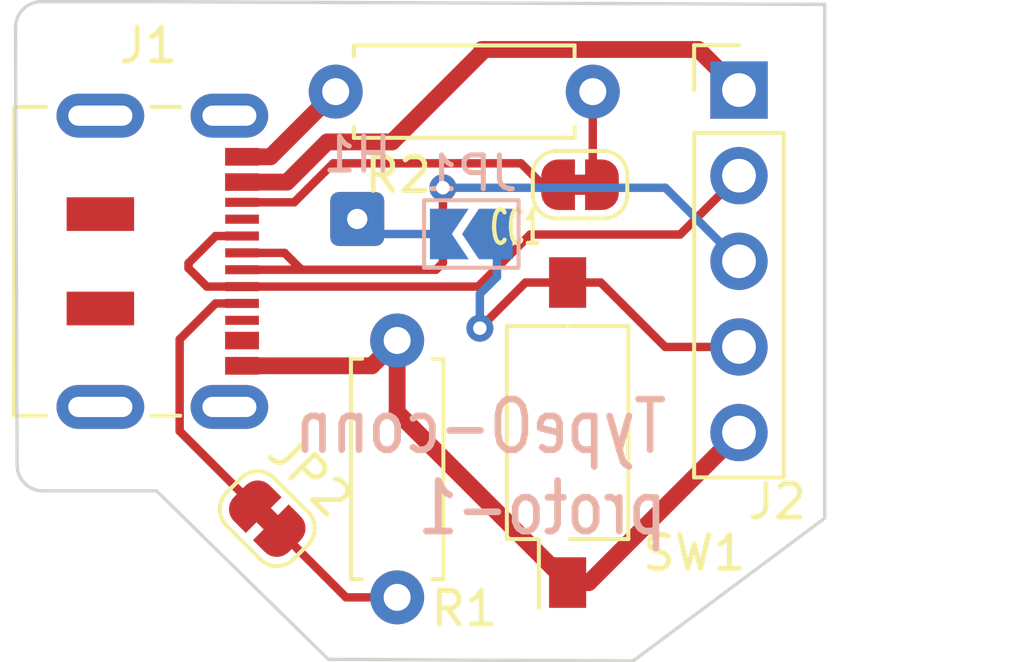
<source format=kicad_pcb>
(kicad_pcb (version 20211014) (generator pcbnew)
  (layers (0 "F.Cu" signal) (31 "B.Cu" signal) (34 "B.Paste" user) (35 "F.Paste" user) (36 "B.SilkS" user "B.Silkscreen") (37 "F.SilkS" user "F.Silkscreen") (38 "B.Mask" user) (39 "F.Mask" user) (44 "Edge.Cuts" user))
  (net 0 "")
  (net 1 "Net-(J1-PadA1)")
  (net 2 "Net-(J1-PadA4)")
  (net 4 "Net-(J1-PadB5)")
  (net 5 "Net-(J2-Pad4)")
  (net 8 "Net-(J1-PadA6)")
  (net 9 "Net-(J1-PadA7)")
  (net 10 "Net-(J1-PadA5)")
  (net 11 "Net-(H1-Pad1)")
  (net 12 "Net-(R1-Pad2)")
  (net 13 "Net-(R2-Pad2)")
  (footprint "Connector_USB:USB_C_Receptacle_JAE_DX07S016JA1R1500" (layer "F.Cu") (at 106.68 81.28 -90)
    (fp_text reference "J1" (at -6.404035 -0.274964 180) (layer "F.SilkS"))
    (fp_text value "USB_C_Receptacle_USB2.0" hide)
    (fp_line (start -4.58 -1.215) (end -4.58 -0.36) (layer "F.SilkS") (width 0.12))
    (fp_line (start 4.58 2.76) (end 4.58 3.71) (layer "F.SilkS") (width 0.12))
    (fp_line (start 4.58 -1.215) (end 4.58 -0.36) (layer "F.SilkS") (width 0.12))
    (fp_line (start -4.58 2.76) (end -4.58 3.71) (layer "F.SilkS") (width 0.12))
    (fp_line (start -4.58 3.71) (end 4.58 3.71) (layer "F.SilkS") (width 0.12))
    (pad "" smd rect (at -1.4 1.15 270) (size 1 2) (layers "F.Cu" "F.Paste" "F.Mask"))
    (pad "" np_thru_hole circle (at -3 -1.95 270) (size 0.6 0.6) (drill 0.6) (layers F&B.Cu *.Mask))
    (pad "" np_thru_hole oval (at 3 -1.95 270) (size 0.85 0.6) (drill oval 0.85 0.6) (layers F&B.Cu *.Mask))
    (pad "" smd rect (at 1.4 1.15 270) (size 1 2) (layers "F.Cu" "F.Paste" "F.Mask"))
    (pad "A1" smd rect (at -3.1 -3.05 270) (size 0.52 1) (layers "F.Cu" "F.Paste" "F.Mask") (net 1 "Net-(J1-PadA1)"))
    (pad "A4" smd rect (at -2.35 -3.05 270) (size 0.52 1) (layers "F.Cu" "F.Paste" "F.Mask") (net 2 "Net-(J1-PadA4)"))
    (pad "A5" smd rect (at -1.75 -3.05 270) (size 0.27 1) (layers "F.Cu" "F.Paste" "F.Mask") (net 10 "Net-(J1-PadA5)"))
    (pad "A6" smd rect (at -0.25 -3.05 270) (size 0.27 1) (layers "F.Cu" "F.Paste" "F.Mask") (net 8 "Net-(J1-PadA6)"))
    (pad "A7" smd rect (at 0.75 -3.05 270) (size 0.27 1) (layers "F.Cu" "F.Paste" "F.Mask") (net 9 "Net-(J1-PadA7)"))
    (pad "A8" smd rect (at 1.75 -3.05 270) (size 0.27 1) (layers "F.Cu" "F.Paste" "F.Mask"))
    (pad "A9" smd rect (at 2.35 -3.05 270) (size 0.52 1) (layers "F.Cu" "F.Paste" "F.Mask") (net 2 "Net-(J1-PadA4)"))
    (pad "A12" smd rect (at 3.1 -3.05 270) (size 0.52 1) (layers "F.Cu" "F.Paste" "F.Mask") (net 1 "Net-(J1-PadA1)"))
    (pad "B1" smd rect (at 3.1 -3.05 270) (size 0.52 1) (layers "F.Cu" "F.Paste" "F.Mask") (net 1 "Net-(J1-PadA1)"))
    (pad "B4" smd rect (at 2.35 -3.05 270) (size 0.52 1) (layers "F.Cu" "F.Paste" "F.Mask") (net 2 "Net-(J1-PadA4)"))
    (pad "B5" smd rect (at 1.25 -3.05 270) (size 0.27 1) (layers "F.Cu" "F.Paste" "F.Mask") (net 4 "Net-(J1-PadB5)"))
    (pad "B6" smd rect (at 0.25 -3.05 270) (size 0.27 1) (layers "F.Cu" "F.Paste" "F.Mask") (net 8 "Net-(J1-PadA6)"))
    (pad "B7" smd rect (at -0.75 -3.05 270) (size 0.27 1) (layers "F.Cu" "F.Paste" "F.Mask") (net 9 "Net-(J1-PadA7)"))
    (pad "B8" smd rect (at -1.25 -3.05 270) (size 0.27 1) (layers "F.Cu" "F.Paste" "F.Mask"))
    (pad "B9" smd rect (at -2.35 -3.05 270) (size 0.52 1) (layers "F.Cu" "F.Paste" "F.Mask") (net 2 "Net-(J1-PadA4)"))
    (pad "B12" smd rect (at -3.1 -3.05 270) (size 0.52 1) (layers "F.Cu" "F.Paste" "F.Mask") (net 1 "Net-(J1-PadA1)"))
    (pad "S1" thru_hole oval (at 4.32 1.15 270) (size 1.3 2.6) (drill oval 0.6 1.9) (layers *.Cu *.Mask))
    (pad "S1" thru_hole oval (at 4.32 -2.675 270) (size 1.3 2.3) (drill oval 0.6 1.6) (layers *.Cu *.Mask))
    (pad "S1" thru_hole oval (at -4.32 -2.675 270) (size 1.3 2.3) (drill oval 0.6 1.6) (layers *.Cu *.Mask))
    (pad "S1" thru_hole oval (at -4.32 1.15 270) (size 1.3 2.6) (drill oval 0.6 1.9) (layers *.Cu *.Mask))
  )
  (footprint "Resistor_THT:R_Axial_DIN0207_L6.3mm_D2.5mm_P7.62mm_Horizontal" (layer "F.Cu") (at 112.505976 76.246718)
    (fp_text reference "R2" (at 1.848743 2.473275) (layer "F.SilkS"))
    (fp_text value "10K")
    (fp_line (start 7.08 -1.37) (end 7.08 -1.04) (layer "F.SilkS") (width 0.12))
    (fp_line (start 0.54 -1.37) (end 7.08 -1.37) (layer "F.SilkS") (width 0.12))
    (fp_line (start 7.08 1.37) (end 7.08 1.04) (layer "F.SilkS") (width 0.12))
    (fp_line (start 0.54 1.04) (end 0.54 1.37) (layer "F.SilkS") (width 0.12))
    (fp_line (start 0.54 -1.04) (end 0.54 -1.37) (layer "F.SilkS") (width 0.12))
    (fp_line (start 0.54 1.37) (end 7.08 1.37) (layer "F.SilkS") (width 0.12))
    (pad "1" thru_hole circle (at 0 0) (size 1.6 1.6) (drill 0.8) (layers *.Cu *.Mask) (net 1 "Net-(J1-PadA1)"))
    (pad "2" thru_hole oval (at 7.62 0) (size 1.6 1.6) (drill 0.8) (layers *.Cu *.Mask) (net 13 "Net-(R2-Pad2)"))
  )
  (footprint "Connector_PinHeader_2.54mm:PinHeader_1x05_P2.54mm_Vertical" (layer "F.Cu") (at 124.46 76.2)
    (fp_text reference "J2" (at 1.130021 12.20679) (layer "F.SilkS"))
    (fp_text value "Conn_01x05_Male")
    (fp_line (start -1.33 11.49) (end 1.33 11.49) (layer "F.SilkS") (width 0.12))
    (fp_line (start -1.33 1.27) (end 1.33 1.27) (layer "F.SilkS") (width 0.12))
    (fp_line (start -1.33 1.27) (end -1.33 11.49) (layer "F.SilkS") (width 0.12))
    (fp_line (start 1.33 1.27) (end 1.33 11.49) (layer "F.SilkS") (width 0.12))
    (fp_line (start -1.33 -1.33) (end 0 -1.33) (layer "F.SilkS") (width 0.12))
    (fp_line (start -1.33 0) (end -1.33 -1.33) (layer "F.SilkS") (width 0.12))
    (pad "1" thru_hole rect (at 0 0) (size 1.7 1.7) (drill 1) (layers *.Cu *.Mask) (net 2 "Net-(J1-PadA4)"))
    (pad "2" thru_hole oval (at 0 2.54) (size 1.7 1.7) (drill 1) (layers *.Cu *.Mask) (net 9 "Net-(J1-PadA7)"))
    (pad "3" thru_hole oval (at 0 5.08) (size 1.7 1.7) (drill 1) (layers *.Cu *.Mask) (net 8 "Net-(J1-PadA6)"))
    (pad "4" thru_hole oval (at 0 7.62) (size 1.7 1.7) (drill 1) (layers *.Cu *.Mask) (net 5 "Net-(J2-Pad4)"))
    (pad "5" thru_hole oval (at 0 10.16) (size 1.7 1.7) (drill 1) (layers *.Cu *.Mask) (net 1 "Net-(J1-PadA1)"))
  )
  (footprint "Jumper:SolderJumper-2_P1.3mm_Bridged_RoundedPad1.0x1.5mm" (layer "F.Cu") (at 110.477021 88.91479 -45)
    (fp_text reference "JP2" (at 0 -1.8 -45) (layer "F.SilkS"))
    (fp_text value "CC2")
    (fp_poly (pts (xy 0.25 -0.3) (xy -0.25 -0.3) (xy -0.25 0.3) (xy 0.25 0.3)) (layer "F.Cu") (width 0) (fill solid))
    (fp_line (start 0.7 1) (end -0.7 1) (layer "F.SilkS") (width 0.12))
    (fp_line (start -1.4 0.3) (end -1.4 -0.3) (layer "F.SilkS") (width 0.12))
    (fp_line (start -0.7 -1) (end 0.7 -1) (layer "F.SilkS") (width 0.12))
    (fp_line (start 1.4 -0.3) (end 1.4 0.3) (layer "F.SilkS") (width 0.12))
    (fp_arc (start -0.7 1) (mid -1.194975 0.794975) (end -1.4 0.3) (layer "F.SilkS") (width 0.12))
    (fp_arc (start 0.7 -1) (mid 1.194974 -0.794975) (end 1.4 -0.3) (layer "F.SilkS") (width 0.12))
    (fp_arc (start -1.4 -0.3) (mid -1.194975 -0.794975) (end -0.7 -1) (layer "F.SilkS") (width 0.12))
    (fp_arc (start 1.4 0.3) (mid 1.194975 0.794974) (end 0.7 1) (layer "F.SilkS") (width 0.12))
    (pad "1" smd custom (at -0.65 0 315) (size 1 0.5) (layers "F.Cu" "F.Mask") (net 4 "Net-(J1-PadB5)") (options (clearance outline) (anchor rect)) (primitives (gr_circle (center 0 0.25) (end 0.5 0.25) (width 0) (fill yes)) (gr_circle (center 0 -0.25) (end 0.5 -0.25) (width 0) (fill yes)) (gr_poly (pts (xy 0.5 0.75) (xy 0 0.75) (xy 0 -0.75) (xy 0.5 -0.75)) (width 0) (fill yes))))
    (pad "2" smd custom (at 0.65 0 315) (size 1 0.5) (layers "F.Cu" "F.Mask") (net 12 "Net-(R1-Pad2)") (options (clearance outline) (anchor rect)) (primitives (gr_circle (center 0 0.25) (end 0.5 0.25) (width 0) (fill yes)) (gr_circle (center 0 -0.25) (end 0.5 -0.25) (width 0) (fill yes)) (gr_poly (pts (xy 0 0.75) (xy -0.5 0.75) (xy -0.5 -0.75) (xy 0 -0.75)) (width 0) (fill yes))))
  )
  (footprint "Resistor_THT:R_Axial_DIN0207_L6.3mm_D2.5mm_P7.62mm_Horizontal" (layer "F.Cu") (at 114.327258 83.628569 -90)
    (fp_text reference "R1" (at 7.953221 -1.991763 180) (layer "F.SilkS"))
    (fp_text value "10K")
    (fp_line (start 7.08 1.37) (end 7.08 1.04) (layer "F.SilkS") (width 0.12))
    (fp_line (start 0.54 1.04) (end 0.54 1.37) (layer "F.SilkS") (width 0.12))
    (fp_line (start 0.54 1.37) (end 7.08 1.37) (layer "F.SilkS") (width 0.12))
    (fp_line (start 0.54 -1.37) (end 7.08 -1.37) (layer "F.SilkS") (width 0.12))
    (fp_line (start 7.08 -1.37) (end 7.08 -1.04) (layer "F.SilkS") (width 0.12))
    (fp_line (start 0.54 -1.04) (end 0.54 -1.37) (layer "F.SilkS") (width 0.12))
    (pad "1" thru_hole circle (at 0 0 270) (size 1.6 1.6) (drill 0.8) (layers *.Cu *.Mask) (net 1 "Net-(J1-PadA1)"))
    (pad "2" thru_hole oval (at 7.62 0 270) (size 1.6 1.6) (drill 0.8) (layers *.Cu *.Mask) (net 12 "Net-(R1-Pad2)"))
  )
  (footprint "Jumper:SolderJumper-2_P1.3mm_Bridged_RoundedPad1.0x1.5mm" (layer "F.Cu") (at 119.748021 79.00879)
    (fp_text reference "JP3" hide)
    (fp_text value "CC1" (at -1.905 1.27) (layer "F.SilkS") (effects (font (size 1 0.5) (thickness 0.125))))
    (fp_poly (pts (xy 0.25 -0.3) (xy -0.25 -0.3) (xy -0.25 0.3) (xy 0.25 0.3)) (layer "F.Cu") (width 0) (fill solid))
    (fp_line (start -1.4 0.3) (end -1.4 -0.3) (layer "F.SilkS") (width 0.12))
    (fp_line (start 0.7 1) (end -0.7 1) (layer "F.SilkS") (width 0.12))
    (fp_line (start -0.7 -1) (end 0.7 -1) (layer "F.SilkS") (width 0.12))
    (fp_line (start 1.4 -0.3) (end 1.4 0.3) (layer "F.SilkS") (width 0.12))
    (fp_arc (start 0.7 -1) (mid 1.194975 -0.794975) (end 1.4 -0.3) (layer "F.SilkS") (width 0.12))
    (fp_arc (start -1.4 -0.3) (mid -1.194975 -0.794975) (end -0.7 -1) (layer "F.SilkS") (width 0.12))
    (fp_arc (start -0.7 1) (mid -1.194975 0.794975) (end -1.4 0.3) (layer "F.SilkS") (width 0.12))
    (fp_arc (start 1.4 0.3) (mid 1.194975 0.794975) (end 0.7 1) (layer "F.SilkS") (width 0.12))
    (pad "1" smd custom (at -0.65 0) (size 1 0.5) (layers "F.Cu" "F.Mask") (net 10 "Net-(J1-PadA5)") (options (clearance outline) (anchor rect)) (primitives (gr_circle (center 0 0.25) (end 0.5 0.25) (width 0) (fill yes)) (gr_circle (center 0 -0.25) (end 0.5 -0.25) (width 0) (fill yes)) (gr_poly (pts (xy 0.5 0.75) (xy 0 0.75) (xy 0 -0.75) (xy 0.5 -0.75)) (width 0) (fill yes))))
    (pad "2" smd custom (at 0.65 0) (size 1 0.5) (layers "F.Cu" "F.Mask") (net 13 "Net-(R2-Pad2)") (options (clearance outline) (anchor rect)) (primitives (gr_circle (center 0 0.25) (end 0.5 0.25) (width 0) (fill yes)) (gr_circle (center 0 -0.25) (end 0.5 -0.25) (width 0) (fill yes)) (gr_poly (pts (xy 0 0.75) (xy -0.5 0.75) (xy -0.5 -0.75) (xy 0 -0.75)) (width 0) (fill yes))))
  )
  (footprint "Button_Switch_SMD:SW_DIP_SPSTx01_Slide_Omron_A6S-110x_W8.9mm_P2.54mm" (layer "F.Cu") (at 119.38 86.36 90)
    (fp_text reference "SW1" (at -3.57079 3.75 180) (layer "F.SilkS"))
    (fp_text value "SW_DIP_x01" hide)
    (fp_line (start -3.16 1.8) (end 3.16 1.8) (layer "F.SilkS") (width 0.12))
    (fp_line (start -3.16 0.061) (end -3.16 1.8) (layer "F.SilkS") (width 0.12))
    (fp_line (start -5.2 -0.851) (end -3.16 -0.851) (layer "F.SilkS") (width 0.12))
    (fp_line (start 3.16 0.061) (end 3.16 1.8) (layer "F.SilkS") (width 0.12))
    (fp_line (start 3.16 -1.8) (end 3.16 -0.061) (layer "F.SilkS") (width 0.12))
    (fp_line (start -3.16 -1.8) (end -3.16 -0.851) (layer "F.SilkS") (width 0.12))
    (fp_line (start -3.16 -1.8) (end 3.16 -1.8) (layer "F.SilkS") (width 0.12))
    (pad "1" smd rect (at -4.45 0 90) (size 1.5 1.1) (layers "F.Cu" "F.Paste" "F.Mask") (net 1 "Net-(J1-PadA1)"))
    (pad "2" smd rect (at 4.45 0 90) (size 1.5 1.1) (layers "F.Cu" "F.Paste" "F.Mask") (net 5 "Net-(J2-Pad4)"))
  )
  (footprint "Connector_Wire:SolderWire-0.1sqmm_1x01_D0.4mm_OD1mm" (layer "B.Cu") (at 113.144021 80.02479 180)
    (fp_text reference "H1" (at 0 1.905) (layer "B.SilkS") (effects (justify mirror)))
    (fp_text value "ID")
    (pad "1" thru_hole roundrect (at 0 0 180) (size 1.6 1.6) (drill 0.6) (layers *.Cu *.Mask) (roundrect_rratio 0.15625) (net 11 "Net-(H1-Pad1)"))
  )
  (footprint "Jumper:SolderJumper-2_P1.3mm_Open_TrianglePad1.0x1.5mm" (layer "B.Cu") (at 116.524885 80.469812 180)
    (fp_text reference "JP1" (at 0 1.8) (layer "B.SilkS") (effects (justify mirror)))
    (fp_text value "SolderJumper_2_Open" hide)
    (fp_line (start -1.4 1) (end 1.4 1) (layer "B.SilkS") (width 0.12))
    (fp_line (start -1.4 -1) (end -1.4 1) (layer "B.SilkS") (width 0.12))
    (fp_line (start 1.4 1) (end 1.4 -1) (layer "B.SilkS") (width 0.12))
    (fp_line (start 1.4 -1) (end -1.4 -1) (layer "B.SilkS") (width 0.12))
    (pad "1" smd custom (at 0.725 0 180) (size 0.3 0.3) (layers "B.Cu" "B.Mask") (net 11 "Net-(H1-Pad1)") (options (clearance outline) (anchor rect)) (primitives (gr_poly (pts (xy 0.5 -0.75) (xy -0.65 -0.75) (xy -0.15 0) (xy -0.65 0.75) (xy 0.5 0.75)) (width 0) (fill yes))))
    (pad "2" smd custom (at -0.725 0 180) (size 0.3 0.3) (layers "B.Cu" "B.Mask") (net 5 "Net-(J2-Pad4)") (options (clearance outline) (anchor rect)) (primitives (gr_poly (pts (xy 1 0) (xy 0.5 -0.75) (xy -0.5 -0.75) (xy -0.5 0.75) (xy 0.5 0.75)) (width 0) (fill yes))))
  )
  (gr_line (start 127 73.66) (end 127 88.9) (layer "Edge.Cuts") (width 0.1))
  (gr_line (start 127 88.9) (end 121.32202 93.135099) (layer "Edge.Cuts") (width 0.1))
  (gr_line (start 112.288553 93.087049) (end 107.195216 88.089812) (layer "Edge.Cuts") (width 0.1))
  (gr_line (start 103.062885 87.327812) (end 103.014836 74.340605) (layer "Edge.Cuts") (width 0.1))
  (gr_line (start 107.195216 88.089812) (end 103.824885 88.089812) (layer "Edge.Cuts") (width 0.1))
  (gr_arc (start 103.014836 74.340605) (mid 103.238021 73.80179) (end 103.776836 73.578605) (layer "Edge.Cuts") (width 0.1))
  (gr_line (start 121.32202 93.135099) (end 112.288553 93.087049) (layer "Edge.Cuts") (width 0.1))
  (gr_line (start 103.776836 73.578605) (end 106.68 73.578605) (layer "Edge.Cuts") (width 0.1))
  (gr_arc (start 103.824885 88.089812) (mid 103.28607 87.866627) (end 103.062885 87.327812) (layer "Edge.Cuts") (width 0.1))
  (gr_line (start 106.68 73.578605) (end 127 73.66) (layer "Edge.Cuts") (width 0.1))
  (gr_text "TypeO-conn\nproto-1" (at 122.415021 87.39079) (layer "B.SilkS") (effects (font (size 1.5 1.2) (thickness 0.2)) (justify left mirror)))
  (segment (start 114.327258 85.757258) (end 119.38 90.81) (width 0.5) (layer "F.Cu") (net 1))
  (segment (start 113.575827 84.38) (end 114.327258 83.628569) (width 0.5) (layer "F.Cu") (net 1))
  (segment (start 120.01 90.81) (end 124.46 86.36) (width 0.5) (layer "F.Cu") (net 1))
  (segment (start 119.38 90.81) (end 120.01 90.81) (width 0.5) (layer "F.Cu") (net 1))
  (segment (start 110.572694 78.18) (end 109.73 78.18) (width 0.5) (layer "F.Cu") (net 1))
  (segment (start 114.327258 83.628569) (end 114.327258 85.757258) (width 0.5) (layer "F.Cu") (net 1))
  (segment (start 109.73 84.38) (end 113.575827 84.38) (width 0.5) (layer "F.Cu") (net 1))
  (segment (start 112.505976 76.246718) (end 110.572694 78.18) (width 0.5) (layer "F.Cu") (net 1))
  (segment (start 111.063811 78.93) (end 109.73 78.93) (width 0.5) (layer "F.Cu") (net 2))
  (segment (start 116.918282 74.997207) (end 114.176699 77.73879) (width 0.5) (layer "F.Cu") (net 2))
  (segment (start 112.255021 77.73879) (end 111.063811 78.93) (width 0.5) (layer "F.Cu") (net 2))
  (segment (start 114.176699 77.73879) (end 112.255021 77.73879) (width 0.5) (layer "F.Cu") (net 2))
  (segment (start 123.257207 74.997207) (end 116.84 74.997207) (width 0.5) (layer "F.Cu") (net 2))
  (segment (start 124.46 76.2) (end 123.257207 74.997207) (width 0.5) (layer "F.Cu") (net 2))
  (segment (start 107.88048 86.318249) (end 107.88048 83.595498) (width 0.25) (layer "F.Cu") (net 4))
  (segment (start 107.88048 83.595498) (end 108.945978 82.53) (width 0.25) (layer "F.Cu") (net 4))
  (segment (start 110.017402 88.455171) (end 107.88048 86.318249) (width 0.25) (layer "F.Cu") (net 4))
  (segment (start 108.945978 82.53) (end 109.73 82.53) (width 0.25) (layer "F.Cu") (net 4))
  (segment (start 118.132697 81.91) (end 119.38 81.91) (width 0.25) (layer "F.Cu") (net 5))
  (segment (start 118.132697 81.91) (end 116.778885 83.263812) (width 0.25) (layer "F.Cu") (net 5))
  (segment (start 120.363231 81.91) (end 122.273231 83.82) (width 0.25) (layer "F.Cu") (net 5))
  (segment (start 119.38 81.91) (end 120.363231 81.91) (width 0.25) (layer "F.Cu") (net 5))
  (segment (start 122.273231 83.82) (end 124.46 83.82) (width 0.25) (layer "F.Cu") (net 5))
  (via (at 116.778885 83.263812) (size 0.8) (drill 0.4) (layers "F.Cu" "B.Cu") (net 5))
  (segment (start 116.778885 82.247812) (end 117.286885 81.739812) (width 0.25) (layer "B.Cu") (net 5))
  (segment (start 116.778885 83.263812) (end 116.778885 82.247812) (width 0.25) (layer "B.Cu") (net 5))
  (segment (start 117.286885 80.506812) (end 117.249885 80.469812) (width 0.25) (layer "B.Cu") (net 5))
  (segment (start 117.286885 81.739812) (end 117.286885 80.506812) (width 0.25) (layer "B.Cu") (net 5))
  (segment (start 115.684021 79.09829) (end 115.684021 81.324391) (width 0.25) (layer "F.Cu") (net 8))
  (segment (start 115.684021 81.324391) (end 115.478412 81.53) (width 0.25) (layer "F.Cu") (net 8))
  (segment (start 109.73 81.03) (end 110.989073 81.03) (width 0.25) (layer "F.Cu") (net 8))
  (segment (start 110.989073 81.03) (end 111.444885 81.485812) (width 0.25) (layer "F.Cu") (net 8))
  (segment (start 115.478412 81.53) (end 109.73 81.53) (width 0.25) (layer "F.Cu") (net 8))
  (via (at 115.684021 79.09829) (size 0.8) (drill 0.4) (layers "F.Cu" "B.Cu") (net 8))
  (segment (start 122.27829 79.09829) (end 124.46 81.28) (width 0.25) (layer "B.Cu") (net 8))
  (segment (start 115.684021 79.09829) (end 122.27829 79.09829) (width 0.25) (layer "B.Cu") (net 8))
  (segment (start 108.687073 82.03) (end 109.73 82.03) (width 0.25) (layer "F.Cu") (net 9))
  (segment (start 108.142885 81.485812) (end 108.687073 82.03) (width 0.25) (layer "F.Cu") (net 9))
  (segment (start 108.945978 80.53) (end 108.142885 81.333093) (width 0.25) (layer "F.Cu") (net 9))
  (segment (start 108.142885 81.333093) (end 108.142885 81.485812) (width 0.25) (layer "F.Cu") (net 9))
  (segment (start 118.269603 80.486115) (end 122.713885 80.486115) (width 0.25) (layer "F.Cu") (net 9))
  (segment (start 116.725718 82.03) (end 118.269603 80.486115) (width 0.25) (layer "F.Cu") (net 9))
  (segment (start 109.73 82.03) (end 116.725718 82.03) (width 0.25) (layer "F.Cu") (net 9))
  (segment (start 109.73 80.53) (end 108.945978 80.53) (width 0.25) (layer "F.Cu") (net 9))
  (segment (start 122.713885 80.486115) (end 124.46 78.74) (width 0.25) (layer "F.Cu") (net 9))
  (segment (start 119.098021 79.00879) (end 118.633904 79.00879) (width 0.25) (layer "F.Cu") (net 10))
  (segment (start 111.276305 79.53) (end 109.73 79.53) (width 0.25) (layer "F.Cu") (net 10))
  (segment (start 112.432515 78.37379) (end 111.276305 79.53) (width 0.25) (layer "F.Cu") (net 10))
  (segment (start 118.633904 79.00879) (end 117.998904 78.37379) (width 0.25) (layer "F.Cu") (net 10))
  (segment (start 117.998904 78.37379) (end 112.432515 78.37379) (width 0.25) (layer "F.Cu") (net 10))
  (segment (start 113.589043 80.469812) (end 113.144021 80.02479) (width 0.25) (layer "B.Cu") (net 11))
  (segment (start 115.799885 80.469812) (end 113.589043 80.469812) (width 0.25) (layer "B.Cu") (net 11))
  (segment (start 112.8108 91.248569) (end 114.327258 91.248569) (width 0.25) (layer "F.Cu") (net 12))
  (segment (start 110.93664 89.374409) (end 112.8108 91.248569) (width 0.25) (layer "F.Cu") (net 12))
  (segment (start 120.398021 79.00879) (end 120.125976 78.736745) (width 0.25) (layer "F.Cu") (net 13))
  (segment (start 120.125976 78.736745) (end 120.125976 76.246718) (width 0.25) (layer "F.Cu") (net 13))
)
</source>
